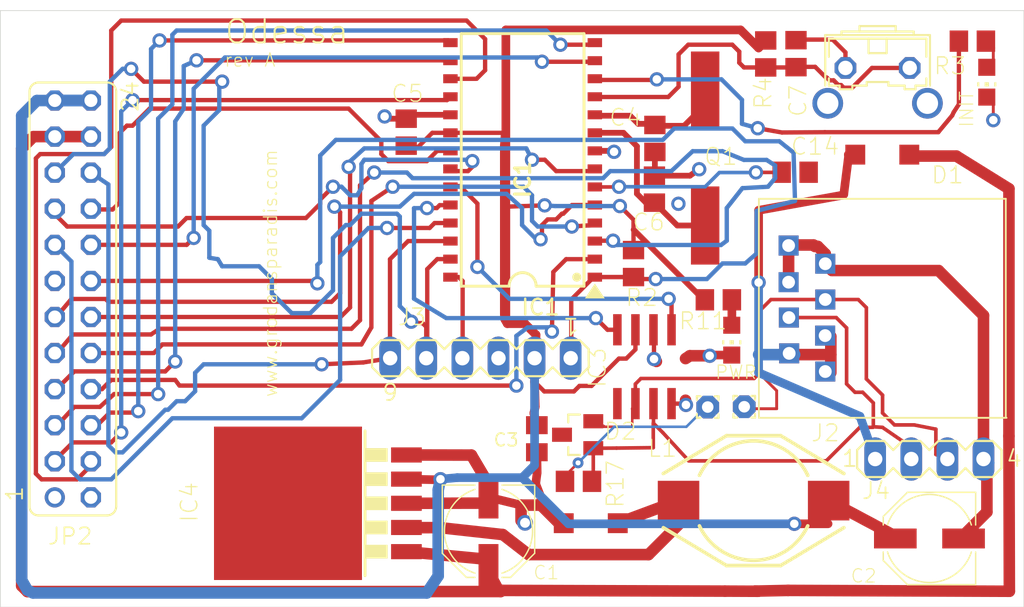
<source format=kicad_pcb>
(kicad_pcb (version 20241229) (generator "pcbnew") (generator_version "9.0")
  (layers (0 "F.Cu" signal) (4 "In1.Cu" signal) (6 "In2.Cu" signal) (8 "In3.Cu" signal) (10 "In4.Cu" signal) (2 "B.Cu" signal) (13 "F.Paste" user) (15 "B.Paste" user) (5 "F.SilkS" user "F.Silkscreen") (7 "B.SilkS" user "B.Silkscreen") (1 "F.Mask" user) (3 "B.Mask" user) (25 "Edge.Cuts" user))
  (net 0 "")
  (net 1 "+12V")
  (net 2 "VREF")
  (net 3 "GND")
  (net 4 "VCC")
  (net 5 "TXCAN")
  (net 6 "N$4")
  (net 7 "N$6")
  (net 8 "RXCAN")
  (net 9 "N$5")
  (net 10 "IO5")
  (net 11 "CANL")
  (net 12 "VIN2")
  (net 13 "N$1")
  (net 14 "N$2")
  (net 15 "N$7")
  (net 16 "N$20")
  (net 17 "N$22")
  (net 18 "N$11")
  (net 19 "RESET")
  (net 20 "SCK1")
  (net 21 "SDI1")
  (net 22 "SDO1")
  (net 23 "RX1")
  (net 24 "TX1")
  (net 25 "AN4")
  (net 26 "AN3")
  (net 27 "AN2")
  (net 28 "AN1")
  (net 29 "AN0")
  (net 30 "IO0")
  (net 31 "IO1")
  (net 32 "IO2")
  (net 33 "INT0")
  (net 34 "INT1")
  (net 35 "IO3")
  (net 36 "IO4")
  (net 37 "N$3")
  (footprint "odessa_rev_A:MA06-1" (layer "F.Cu") (at 146.2711 108.4736 180)
    (property "Reference" "J3")
    (property "Value" "")
  )
  (footprint "odessa_rev_A:DO3316P" (layer "F.Cu") (at 165.4887 118.5014)
    (property "Reference" "L1")
    (property "Value" "330 uH" (hide yes))
  )
  (footprint "odessa_rev_A:1,6_0,8" (layer "F.Cu") (at 164.8311 111.8936)
    (property "Reference" "PAD2" (hide yes))
    (property "Value" "")
  )
  (footprint "odessa_rev_A:C0805" (layer "F.Cu") (at 158.5127 96.575 -90)
    (property "Reference" "C6")
    (property "Value" "15pF" (hide yes))
  )
  (footprint "odessa_rev_A:SOD123" (layer "F.Cu") (at 174.5411 94.1436 180)
    (property "Reference" "D1")
    (property "Value" "1N5819" (hide yes))
  )
  (footprint "odessa_rev_A:R0805" (layer "F.Cu") (at 157.0411 101.8136 90)
    (property "Reference" "R2")
    (property "Value" "10K" (hide yes))
  )
  (footprint "odessa_rev_A:R0805" (layer "F.Cu") (at 163.0111 104.3636 180)
    (property "Reference" "R11")
    (property "Value" "1K" (hide yes))
  )
  (footprint "odessa_rev_A:TO263-5" (layer "F.Cu") (at 135.2751 118.6912 90)
    (property "Reference" "IC4")
    (property "Value" "LM2575S" (hide yes))
  )
  (footprint "odessa_rev_A:C0805" (layer "F.Cu") (at 158.5437 93.0044 90)
    (property "Reference" "C4")
    (property "Value" "15pF" (hide yes))
  )
  (footprint "odessa_rev_A:9C" (layer "F.Cu") (at 162.0811 94.3736 -90)
    (property "Reference" "Q1")
    (property "Value" "10 MHz" (hide yes))
  )
  (footprint "odessa_rev_A:PANASONIC_D" (layer "F.Cu") (at 177.8587 121.1678 180)
    (property "Reference" "C2")
    (property "Value" "330uF" (hide yes))
  )
  (footprint "odessa_rev_A:C0805" (layer "F.Cu") (at 168.4111 95.3836 180)
    (property "Reference" "C14")
    (property "Value" "10 uF" (hide yes))
  )
  (footprint "odessa_rev_A:SO28" (layer "F.Cu") (at 149.2411 94.5136 90)
    (property "Reference" "IC1")
    (property "Value" "PIC18F2580" (hide yes))
  )
  (footprint "odessa_rev_A:B3F-31XX" (layer "F.Cu") (at 174.2111 89.2836 180)
    (property "Reference" "S1" (hide yes))
    (property "Value" "")
  )
  (footprint "odessa_rev_A:R0805" (layer "F.Cu") (at 166.3411 87.0536 90)
    (property "Reference" "R4")
    (property "Value" "10K" (hide yes))
  )
  (footprint "odessa_rev_A:MA04-1" (layer "F.Cu") (at 177.8511 115.5736)
    (property "Reference" "J4")
    (property "Value" "")
  )
  (footprint "odessa_rev_A:SOD123" (layer "F.Cu") (at 154.0333 120.0914 180)
    (property "Reference" "D3" (hide yes))
    (property "Value" "1N5819" (hide yes))
  )
  (footprint "odessa_rev_A:C0805" (layer "F.Cu") (at 141.0511 92.5636 90)
    (property "Reference" "C5")
    (property "Value" "0.1uF" (hide yes))
  )
  (footprint "odessa_rev_A:1,6_0,8" (layer "F.Cu") (at 162.2611 111.9136)
    (property "Reference" "PAD1" (hide yes))
    (property "Value" "")
  )
  (footprint "odessa_rev_A:CHIP-LED0805" (layer "F.Cu") (at 163.9511 107.2036 180)
    (property "Reference" "LED2" (hide yes))
    (property "Value" "Red LED")
  )
  (footprint "odessa_rev_A:0805" (layer "F.Cu") (at 150.2411 114.1436 90)
    (property "Reference" "C3")
    (property "Value" "100nF" (hide yes))
  )
  (footprint "odessa_rev_A:C0805" (layer "F.Cu") (at 168.4711 87.0336 -90)
    (property "Reference" "C7")
    (property "Value" "0.1uF" (hide yes))
  )
  (footprint "odessa_rev_A:SO-08" (layer "F.Cu") (at 157.8111 109.0736 180)
    (property "Reference" "IC3")
    (property "Value" "SN65HVD232" (hide yes))
  )
  (footprint "odessa_rev_A:RJ-45" (layer "F.Cu") (at 176.8811 104.9636 90)
    (property "Reference" "J2")
    (property "Value" "A00-108-220-450" (hide yes))
  )
  (footprint "odessa_rev_A:SOT23" (layer "F.Cu") (at 153.1111 113.8636 90)
    (property "Reference" "D2")
    (property "Value" "NUP2105L" (hide yes))
  )
  (footprint "odessa_rev_A:R0805" (layer "F.Cu") (at 180.8811 86.1536 180)
    (property "Reference" "R3")
    (property "Value" "1K" (hide yes))
  )
  (footprint "odessa_rev_A:CHIP-LED0805" (layer "F.Cu") (at 181.8911 89.0436 180)
    (property "Reference" "LED1" (hide yes))
    (property "Value" "")
  )
  (footprint "odessa_rev_A:PANASONIC_D" (layer "F.Cu") (at 146.8389 120.6594 -90)
    (property "Reference" "C1")
    (property "Value" "100uF" (hide yes))
  )
  (footprint "odessa_rev_A:FE12-2" (layer "F.Cu") (at 117.6011 104.3036 90)
    (property "Reference" "JP2")
    (property "Value" "")
  )
  (footprint "odessa_rev_A:R0805" (layer "F.Cu") (at 153.1711 117.1436 180)
    (property "Reference" "R17")
    (property "Value" "120" (hide yes))
  )
  (gr_line (start 112.5011 84.0036) (end 184.5011 84.0036) (stroke (width 0.05)) (layer "Edge.Cuts"))
  (gr_line (start 184.5011 126.0036) (end 112.5011 126.0036) (stroke (width 0.05)) (layer "Edge.Cuts"))
  (gr_line (start 184.5011 84.0036) (end 184.5011 126.0036) (stroke (width 0.05)) (layer "Edge.Cuts"))
  (gr_line (start 112.5011 126.0036) (end 112.5011 84.0036) (stroke (width 0.05)) (layer "Edge.Cuts"))
  (gr_text "INIT" (at 181.0211 92.2836 90) (layer "F.SilkS") (effects (font (size 0.93472 0.93472) (thickness 0.08128)) (justify left bottom)))
  (gr_text "Odessa" (at 128.1975 86.4482 0) (layer "F.SilkS") (effects (font (size 1.63576 1.63576) (thickness 0.14224)) (justify left bottom)))
  (gr_text "rev A" (at 128.2051 88.0306 0) (layer "F.SilkS") (effects (font (size 0.93472 0.93472) (thickness 0.08128)) (justify left bottom)))
  (gr_text "www.grodansparadis.com" (at 132.0491 111.2696 90) (layer "F.SilkS") (effects (font (size 0.93472 0.93472) (thickness 0.08128)) (justify left bottom)))
  (gr_text "PWR" (at 162.7311 110.0136 0) (layer "F.SilkS") (effects (font (size 0.93472 0.93472) (thickness 0.08128)) (justify left bottom)))
  (segment (start 167.9911 108.1336) (end 168.3811 108.2236) (width 0.2032) (layer "F.Cu") (net 1))
  (segment (start 171.7711 96.9936) (end 171.8311 96.9436) (width 0.6096) (layer "F.Cu") (net 1))
  (segment (start 168.3811 108.2236) (end 170.9211 108.2236) (width 0.8128) (layer "F.Cu") (net 1))
  (segment (start 165.8411 103.1436) (end 165.8411 98.0636) (width 0.6096) (layer "F.Cu") (net 1))
  (segment (start 170.9211 109.4936) (end 170.5311 109.4136) (width 0.2032) (layer "F.Cu") (net 1))
  (segment (start 172.6411 94.1436) (end 172.3211 94.1636) (width 0.4064) (layer "F.Cu") (net 1))
  (segment (start 170.9211 106.9536) (end 170.5211 106.8836) (width 0.8128) (layer "F.Cu") (net 1))
  (segment (start 170.9211 108.2236) (end 170.9211 106.9536) (width 0.8128) (layer "F.Cu") (net 1))
  (segment (start 171.8311 96.9436) (end 172.1726 94.2303) (width 0.6096) (layer "F.Cu") (net 1))
  (segment (start 165.8411 98.0636) (end 171.7711 96.9936) (width 0.6096) (layer "F.Cu") (net 1))
  (segment (start 172.1911 94.2536) (end 172.156937 94.142707) (width 0.1778) (layer "F.Cu") (net 1))
  (segment (start 170.9211 108.2236) (end 170.9211 109.4936) (width 0.8128) (layer "F.Cu") (net 1))
  (segment (start 172.1911 94.2536) (end 172.6411 94.1436) (width 0.2032) (layer "F.Cu") (net 1))
  (segment (start 172.1726 94.2303) (end 172.156937 94.142707) (width 0.6096) (layer "F.Cu") (net 1))
  (segment (start 172.156937 94.142707) (end 172.5111 94.0336) (width 0.6096) (layer "F.Cu") (net 1))
  (via (at 165.8411 103.1436) (size 1.0064) (drill 0.6) (layers "F.Cu" "B.Cu") (net 1))
  (segment (start 168.3811 108.2236) (end 167.9911 108.1336) (width 0.2032) (layer "B.Cu") (net 1))
  (segment (start 165.8411 108.2236) (end 168.3811 108.2236) (width 0.8128) (layer "B.Cu") (net 1))
  (segment (start 172.9711 112.5636) (end 174.0411 115.5736) (width 0.6096) (layer "B.Cu") (net 1))
  (segment (start 165.8411 109.4936) (end 172.9711 112.5636) (width 0.6096) (layer "B.Cu") (net 1))
  (segment (start 165.8411 109.4936) (end 165.8411 108.2236) (width 0.6096) (layer "B.Cu") (net 1))
  (segment (start 165.8411 108.2236) (end 165.8411 103.1436) (width 0.6096) (layer "B.Cu") (net 1))
  (segment (start 161.0097 95.625) (end 161.6611 95.1736) (width 0.4064) (layer "F.Cu") (net 3))
  (segment (start 170.5311 101.8236) (end 170.5311 101.1336) (width 0.8128) (layer "F.Cu") (net 3))
  (segment (start 158.5127 95.625) (end 161.0097 95.625) (width 0.4064) (layer "F.Cu") (net 3))
  (segment (start 162.4511 108.2536) (end 163.9511 108.2536) (width 0.6096) (layer "F.Cu") (net 3))
  (segment (start 180.2587 120.946) (end 181.9011 119.3036) (width 0.8128) (layer "F.Cu") (net 3))
  (segment (start 150.2636 116.5236) (end 150.2411 115.0961) (width 0.6096) (layer "F.Cu") (net 3))
  (segment (start 167.9511 100.5436) (end 167.9511 103.1236) (width 0.8128) (layer "F.Cu") (net 3))
  (segment (start 182.3511 91.7136) (end 182.3511 90.4436) (width 0.2032) (layer "F.Cu") (net 3))
  (segment (start 158.5437 95.594) (end 158.5437 93.9544) (width 0.4064) (layer "F.Cu") (net 3))
  (segment (start 168.5111 86.0436) (end 171.0511 86.0436) (width 0.3048) (layer "F.Cu") (net 3))
  (segment (start 160.7011 111.4336) (end 160.7311 111.7636) (width 0.8128) (layer "F.Cu") (net 3))
  (segment (start 151.9759 120.0914) (end 152.0775 120.193) (width 0.6096) (layer "F.Cu") (net 3))
  (segment (start 151.9759 120.0914) (end 151.4311 119.5466) (width 0.6096) (layer "F.Cu") (net 3))
  (segment (start 146.9389 118.8546) (end 146.8451 118.9484) (width 0.6096) (layer "F.Cu") (net 3))
  (segment (start 149.1311 118.8194) (end 149.1311 118.6436) (width 0.254) (layer "F.Cu") (net 3))
  (segment (start 158.4811 106.5086) (end 158.4461 106.4736) (width 0.3048) (layer "F.Cu") (net 3))
  (segment (start 149.1311 119.9136) (end 149.4105 120.066) (width 0.6096) (layer "F.Cu") (net 3))
  (segment (start 154.3211 93.8786) (end 155.6061 93.8786) (width 0.4064) (layer "F.Cu") (net 3))
  (segment (start 146.5483 118.6796) (end 146.8329 119.3566) (width 0.6096) (layer "F.Cu") (net 3))
  (segment (start 158.4811 108.5336) (end 158.4811 106.5086) (width 0.3048) (layer "F.Cu") (net 3))
  (segment (start 159.7161 111.6736) (end 160.6411 111.6736) (width 0.3048) (layer "F.Cu") (net 3))
  (segment (start 151.8333 120.1266) (end 152.1333 120.0914) (width 0.6096) (layer "F.Cu") (net 3))
  (segment (start 169.7011 100.5036) (end 167.9911 100.5036) (width 0.8128) (layer "F.Cu") (net 3))
  (segment (start 158.5127 95.625) (end 158.5437 95.594) (width 0.4064) (layer "F.Cu") (net 3))
  (segment (start 141.0663 118.6912) (end 146.5483 118.6796) (width 0.8128) (layer "F.Cu") (net 3))
  (segment (start 146.8389 118.2594) (end 149.1311 118.8194) (width 0.6096) (layer "F.Cu") (net 3))
  (segment (start 146.8389 118.2594) (end 146.9389 118.8546) (width 0.6096) (layer "F.Cu") (net 3))
  (segment (start 146.9389 118.8546) (end 146.9721 118.8214) (width 0.6096) (layer "F.Cu") (net 3))
  (segment (start 155.6061 93.8786) (end 155.6711 93.9436) (width 0.4064) (layer "F.Cu") (net 3))
  (segment (start 182.3511 90.4436) (end 181.8911 90.0936) (width 0.2032) (layer "F.Cu") (net 3))
  (segment (start 141.0511 91.6136) (end 141.3261 91.3386) (width 0.4064) (layer "F.Cu") (net 3))
  (segment (start 161.0011 108.3036) (end 160.7011 108.5036) (width 0.8128) (layer "F.Cu") (net 3))
  (segment (start 160.6411 111.6736) (end 160.7311 111.7636) (width 0.3048) (layer "F.Cu") (net 3))
  (segment (start 139.5311 91.4536) (end 139.6911 91.6136) (width 0.4064) (layer "F.Cu") (net 3))
  (segment (start 139.6911 91.6136) (end 141.0511 91.6136) (width 0.4064) (layer "F.Cu") (net 3))
  (segment (start 180.2587 121.1678) (end 180.2587 120.946) (width 0.8128) (layer "F.Cu") (net 3))
  (segment (start 146.8329 119.3566) (end 147.1245 118.796) (width 0.6096) (layer "F.Cu") (net 3))
  (segment (start 147.1245 118.796) (end 147.1479 118.8194) (width 0.6096) (layer "F.Cu") (net 3))
  (segment (start 147.1479 118.8194) (end 146.8389 118.2594) (width 0.6096) (layer "F.Cu") (net 3))
  (segment (start 151.8333 120.1266) (end 151.9251 120.2184) (width 0.6096) (layer "F.Cu") (net 3))
  (segment (start 181.6611 115.5736) (end 181.6611 105.4636) (width 0.8128) (layer "F.Cu") (net 3))
  (segment (start 152.1333 120.0914) (end 151.9759 120.0914) (width 0.6096) (layer "F.Cu") (net 3))
  (segment (start 169.8011 100.6036) (end 169.7011 100.5036) (width 0.8128) (layer "F.Cu") (net 3))
  (segment (start 158.6511 108.7036) (end 158.4811 108.5336) (width 0.8128) (layer "F.Cu") (net 3))
  (segment (start 150.5261 118.8194) (end 150.5261 118.2586) (width 0.6096) (layer "F.Cu") (net 3))
  (segment (start 181.6611 105.4636) (end 178.5011 102.3036) (width 0.8128) (layer "F.Cu") (net 3))
  (segment (start 141.3261 91.3386) (end 144.1611 91.3386) (width 0.4064) (layer "F.Cu") (net 3))
  (segment (start 171.0511 86.0436) (end 171.9505 86.943) (width 0.3048) (layer "F.Cu") (net 3))
  (segment (start 162.4011 108.3036) (end 161.0011 108.3036) (width 0.8128) (layer "F.Cu") (net 3))
  (segment (start 181.9011 119.3036) (end 181.9011 115.8136) (width 0.8128) (layer "F.Cu") (net 3))
  (segment (start 171.9505 86.943) (end 171.9505 88.039) (width 0.3048) (layer "F.Cu") (net 3))
  (segment (start 167.9911 100.5036) (end 167.9511 100.5436) (width 0.8128) (layer "F.Cu") (net 3))
  (segment (start 170.0011 100.6036) (end 169.8011 100.6036) (width 0.8128) (layer "F.Cu") (net 3))
  (segment (start 150.5261 118.8194) (end 151.8333 120.1266) (width 0.8128) (layer "F.Cu") (net 3))
  (segment (start 150.1611 117.3236) (end 150.2636 116.5236) (width 0.6096) (layer "F.Cu") (net 3))
  (segment (start 150.5261 118.2586) (end 150.1611 117.3236) (width 0.6096) (layer "F.Cu") (net 3))
  (segment (start 146.9721 118.8214) (end 146.9721 117.5514) (width 0.6096) (layer "F.Cu") (net 3))
  (segment (start 181.9011 115.8136) (end 181.6611 115.5736) (width 0.8128) (layer "F.Cu") (net 3))
  (segment (start 170.5311 101.1336) (end 170.0011 100.6036) (width 0.8128) (layer "F.Cu") (net 3))
  (segment (start 145.6407 115.2976) (end 141.0663 115.2876) (width 0.8128) (layer "F.Cu") (net 3))
  (segment (start 147.1479 118.8194) (end 147.2007 118.8722) (width 0.6096) (layer "F.Cu") (net 3))
  (segment (start 149.1311 118.8194) (end 150.5261 118.8194) (width 0.8128) (layer "F.Cu") (net 3))
  (segment (start 178.5011 102.3036) (end 171.0111 102.3036) (width 0.8128) (layer "F.Cu") (net 3))
  (segment (start 149.1311 118.8194) (end 149.1311 119.9136) (width 0.8128) (layer "F.Cu") (net 3))
  (segment (start 158.5437 93.9544) (end 158.4679 93.8786) (width 0.4064) (layer "F.Cu") (net 3))
  (segment (start 171.0111 102.3036) (end 170.5311 101.8236) (width 0.8128) (layer "F.Cu") (net 3))
  (segment (start 146.9721 117.5514) (end 145.6407 115.2976) (width 0.8128) (layer "F.Cu") (net 3))
  (segment (start 168.4711 86.0836) (end 168.5111 86.0436) (width 0.3048) (layer "F.Cu") (net 3))
  (via (at 149.4105 120.066) (size 1.1064) (drill 0.7) (layers "F.Cu" "B.Cu") (net 3))
  (via (at 161.6611 95.1736) (size 1.0064) (drill 0.6) (layers "F.Cu" "B.Cu") (net 3))
  (via (at 139.5311 91.4536) (size 1.0064) (drill 0.6) (layers "F.Cu" "B.Cu") (net 3))
  (via (at 155.6711 93.9436) (size 1.0064) (drill 0.6) (layers "F.Cu" "B.Cu") (net 3))
  (via (at 162.4011 108.3036) (size 1.0064) (drill 0.6) (layers "F.Cu" "B.Cu") (net 3))
  (via (at 182.3511 91.7136) (size 1.0064) (drill 0.6) (layers "F.Cu" "B.Cu") (net 3))
  (via (at 158.4811 108.5336) (size 1.0064) (drill 0.6) (layers "F.Cu" "B.Cu") (net 3))
  (via (at 160.2011 97.6036) (size 1.0064) (drill 0.6) (layers "F.Cu" "B.Cu") (net 3))
  (via (at 160.7311 111.7636) (size 1.0064) (drill 0.6) (layers "F.Cu" "B.Cu") (net 3))
  (segment (start 182.3511 115.8436) (end 181.7627 115.675222) (width 0.1778) (layer "B.Cu") (net 3))
  (segment (start 155.6811 94.2536) (end 155.6711 93.9436) (width 0.1778) (layer "B.Cu") (net 3))
  (segment (start 182.3511 115.8436) (end 181.6611 115.5736) (width 0.1778) (layer "B.Cu") (net 3))
  (segment (start 153.2411 110.4236) (end 154.0911 110.4236) (width 0.3048) (layer "F.Cu") (net 4))
  (segment (start 142.8861 92.6086) (end 144.1611 92.6086) (width 0.3048) (layer "F.Cu") (net 4))
  (segment (start 150.1311 111.8836) (end 150.0286 112.3511) (width 0.6096) (layer "F.Cu") (net 4))
  (segment (start 147.9796 105.731) (end 148.0611 105.6836) (width 0.254) (layer "F.Cu") (net 4))
  (segment (start 156.0811 97.7636) (end 157.0411 98.7236) (width 0.3048) (layer "F.Cu") (net 4))
  (segment (start 150.0811 110.1336) (end 150.1311 111.8836) (width 0.6096) (layer "F.Cu") (net 4))
  (segment (start 148.1611 106.0436) (end 149.4011 106.0436) (width 0.6096) (layer "F.Cu") (net 4))
  (segment (start 164.5711 85.3636) (end 165.8411 86.6336) (width 0.6096) (layer "F.Cu") (net 4))
  (segment (start 143.4569 117.0394) (end 141.0663 116.9894) (width 0.6096) (layer "F.Cu") (net 4))
  (segment (start 157.0511 99.4336) (end 162.0311 104.4136) (width 0.4064) (layer "F.Cu") (net 4))
  (segment (start 148.0611 105.6836) (end 148.0611 85.3636) (width 0.6096) (layer "F.Cu") (net 4))
  (segment (start 156.5311 108.5036) (end 157.1761 107.8586) (width 0.3048) (layer "F.Cu") (net 4))
  (segment (start 150.7611 110.8136) (end 152.8511 110.8136) (width 0.3048) (layer "F.Cu") (net 4))
  (segment (start 147.8011 97.9236) (end 147.8011 105.4236) (width 0.3048) (layer "F.Cu") (net 4))
  (segment (start 150.1811 106.8236) (end 150.1811 108.3736) (width 0.6096) (layer "F.Cu") (net 4))
  (segment (start 157.0411 99.3336) (end 157.0411 100.8636) (width 0.3048) (layer "F.Cu") (net 4))
  (segment (start 170.7265 120.1336) (end 170.7687 118.5014) (width 0.3048) (layer "F.Cu") (net 4))
  (segment (start 154.0911 110.4236) (end 156.0111 108.5036) (width 0.3048) (layer "F.Cu") (net 4))
  (segment (start 150.0811 108.4736) (end 150.0811 110.1336) (width 0.6096) (layer "F.Cu") (net 4))
  (segment (start 141.0511 93.5136) (end 141.1511 93.6136) (width 0.3048) (layer "F.Cu") (net 4))
  (segment (start 147.9111 97.8136) (end 150.7911 97.7136) (width 0.3048) (layer "F.Cu") (net 4))
  (segment (start 147.8011 93.5236) (end 147.8011 97.9236) (width 0.3048) (layer "F.Cu") (net 4))
  (segment (start 156.0811 97.8636) (end 156.0811 97.7636) (width 0.1778) (layer "F.Cu") (net 4))
  (segment (start 150.0286 112.3511) (end 150.2411 113.1911) (width 0.6096) (layer "F.Cu") (net 4))
  (segment (start 157.0411 98.7236) (end 157.0411 99.3336) (width 0.3048) (layer "F.Cu") (net 4))
  (segment (start 175.5487 121.0514) (end 175.4587 121.1678) (width 0.4064) (layer "F.Cu") (net 4))
  (segment (start 141.1511 93.6136) (end 141.8811 93.6136) (width 0.3048) (layer "F.Cu") (net 4))
  (segment (start 157.1761 107.8586) (end 157.1761 106.4736) (width 0.3048) (layer "F.Cu") (net 4))
  (segment (start 147.8011 105.4236) (end 147.9796 105.731) (width 0.3048) (layer "F.Cu") (net 4))
  (segment (start 156.0111 108.5036) (end 156.5311 108.5036) (width 0.3048) (layer "F.Cu") (net 4))
  (segment (start 147.9796 105.731) (end 148.1611 106.0436) (width 0.6096) (layer "F.Cu") (net 4))
  (segment (start 150.0811 110.1336) (end 150.7611 110.8136) (width 0.3048) (layer "F.Cu") (net 4))
  (segment (start 152.8511 110.8136) (end 153.2411 110.4236) (width 0.3048) (layer "F.Cu") (net 4))
  (segment (start 170.7687 118.5014) (end 175.5487 121.0514) (width 0.8128) (layer "F.Cu") (net 4))
  (segment (start 144.1611 92.6086) (end 147.8661 92.6086) (width 0.3048) (layer "F.Cu") (net 4))
  (segment (start 162.0311 104.4136) (end 162.0611 104.3636) (width 0.2032) (layer "F.Cu") (net 4))
  (segment (start 165.8411 86.6336) (end 166.3411 86.1036) (width 0.6096) (layer "F.Cu") (net 4))
  (segment (start 143.4611 116.9936) (end 143.4569 117.0394) (width 0.3048) (layer "F.Cu") (net 4))
  (segment (start 168.3511 120.1336) (end 170.7265 120.1336) (width 0.6096) (layer "F.Cu") (net 4))
  (segment (start 148.0611 85.3636) (end 164.5711 85.3636) (width 0.6096) (layer "F.Cu") (net 4))
  (segment (start 141.8811 93.6136) (end 142.8861 92.6086) (width 0.3048) (layer "F.Cu") (net 4))
  (segment (start 147.8661 92.6086) (end 147.8011 93.5236) (width 0.3048) (layer "F.Cu") (net 4))
  (segment (start 157.0411 99.3336) (end 157.0511 99.4336) (width 0.2032) (layer "F.Cu") (net 4))
  (segment (start 149.4011 106.0436) (end 150.1811 106.8236) (width 0.6096) (layer "F.Cu") (net 4))
  (segment (start 150.1811 108.3736) (end 150.0811 108.4736) (width 0.3048) (layer "F.Cu") (net 4))
  (segment (start 147.8011 97.9236) (end 147.9111 97.8136) (width 0.3048) (layer "F.Cu") (net 4))
  (via (at 156.0811 97.7636) (size 1.0064) (drill 0.6) (layers "F.Cu" "B.Cu") (net 4))
  (via (at 143.4611 116.9936) (size 1.0064) (drill 0.6) (layers "F.Cu" "B.Cu") (net 4))
  (via (at 150.7911 97.7136) (size 1.0064) (drill 0.6) (layers "F.Cu" "B.Cu") (net 4))
  (via (at 168.3511 120.1336) (size 1.0064) (drill 0.6) (layers "F.Cu" "B.Cu") (net 4))
  (segment (start 142.5011 125.0036) (end 114.8011 125.0036) (width 0.8128) (layer "B.Cu") (net 4))
  (segment (start 149.2111 116.8836) (end 144.6411 116.8836) (width 0.6096) (layer "B.Cu") (net 4))
  (segment (start 150.0811 116.0136) (end 149.2111 116.8836) (width 0.6096) (layer "B.Cu") (net 4))
  (segment (start 151.5411 97.7636) (end 156.0811 97.7636) (width 0.3048) (layer "B.Cu") (net 4))
  (segment (start 115.0711 90.3336) (end 114.0011 91.4036) (width 0.8128) (layer "B.Cu") (net 4))
  (segment (start 142.5011 125.0036) (end 143.3011 123.8036) (width 0.8128) (layer "B.Cu") (net 4))
  (segment (start 150.7911 97.7136) (end 151.5411 97.7636) (width 0.3048) (layer "B.Cu") (net 4))
  (segment (start 114.0011 91.4036) (end 114.0011 124.1036) (width 0.8128) (layer "B.Cu") (net 4))
  (segment (start 149.2111 116.8836) (end 152.4611 120.1336) (width 0.6096) (layer "B.Cu") (net 4))
  (segment (start 118.8711 90.3336) (end 116.3311 90.3336) (width 0.8128) (layer "B.Cu") (net 4))
  (segment (start 114.0011 124.1036) (end 114.4011 124.8036) (width 0.8128) (layer "B.Cu") (net 4))
  (segment (start 152.4611 120.1336) (end 168.3511 120.1336) (width 0.6096) (layer "B.Cu") (net 4))
  (segment (start 118.8711 90.3336) (end 115.0711 90.3336) (width 0.8128) (layer "B.Cu") (net 4))
  (segment (start 143.3011 123.8036) (end 143.3011 117.7536) (width 0.8128) (layer "B.Cu") (net 4))
  (segment (start 150.0811 108.4736) (end 150.0811 116.0136) (width 0.6096) (layer "B.Cu") (net 4))
  (segment (start 143.3011 117.7536) (end 143.4611 116.9936) (width 0.8128) (layer "B.Cu") (net 4))
  (segment (start 114.8011 125.0036) (end 114.4011 124.8036) (width 0.8128) (layer "B.Cu") (net 4))
  (segment (start 144.6411 116.8836) (end 143.4611 116.9936) (width 0.6096) (layer "B.Cu") (net 4))
  (segment (start 159.7161 104.4986) (end 159.7161 106.4736) (width 0.3048) (layer "F.Cu") (net 5))
  (segment (start 159.5111 104.2936) (end 159.7161 104.4986) (width 0.3048) (layer "F.Cu") (net 5))
  (segment (start 146.0611 97.5936) (end 144.8211 96.3536) (width 0.3048) (layer "F.Cu") (net 5))
  (segment (start 144.2261 96.3536) (end 144.1611 96.4186) (width 0.3048) (layer "F.Cu") (net 5))
  (segment (start 144.8211 96.3536) (end 144.2261 96.3536) (width 0.3048) (layer "F.Cu") (net 5))
  (segment (start 146.0611 102.0436) (end 146.0611 97.5936) (width 0.3048) (layer "F.Cu") (net 5))
  (via (at 159.5111 104.2936) (size 1.0064) (drill 0.6) (layers "F.Cu" "B.Cu") (net 5))
  (via (at 146.0611 102.0436) (size 1.0064) (drill 0.6) (layers "F.Cu" "B.Cu") (net 5))
  (segment (start 146.0611 102.0436) (end 148.3111 104.2936) (width 0.3048) (layer "B.Cu") (net 5))
  (segment (start 148.3111 104.2936) (end 159.5111 104.2936) (width 0.3048) (layer "B.Cu") (net 5))
  (segment (start 154.4261 88.7986) (end 154.5111 88.8836) (width 0.3048) (layer "F.Cu") (net 6))
  (segment (start 178.4811 92.5636) (end 179.4611 91.3836) (width 0.3048) (layer "F.Cu") (net 6))
  (segment (start 154.3211 88.7986) (end 154.4261 88.7986) (width 0.3048) (layer "F.Cu") (net 6))
  (segment (start 179.4611 91.3836) (end 179.5611 91.1636) (width 0.3048) (layer "F.Cu") (net 6))
  (segment (start 154.5111 88.8836) (end 158.6411 88.8836) (width 0.3048) (layer "F.Cu") (net 6))
  (segment (start 179.9311 90.5936) (end 179.9311 86.1536) (width 0.3048) (layer "F.Cu") (net 6))
  (segment (start 158.6411 88.8836) (end 158.6811 88.8436) (width 0.3048) (layer "F.Cu") (net 6))
  (segment (start 167.4811 92.5836) (end 170.5011 92.5636) (width 0.3048) (layer "F.Cu") (net 6))
  (segment (start 170.5011 92.5636) (end 178.4811 92.5636) (width 0.3048) (layer "F.Cu") (net 6))
  (segment (start 165.7811 92.2836) (end 167.4811 92.5836) (width 0.3048) (layer "F.Cu") (net 6))
  (segment (start 179.5611 91.1636) (end 179.9311 90.5936) (width 0.3048) (layer "F.Cu") (net 6))
  (via (at 158.6811 88.8436) (size 1.0064) (drill 0.6) (layers "F.Cu" "B.Cu") (net 6))
  (via (at 165.7811 92.2836) (size 1.0064) (drill 0.6) (layers "F.Cu" "B.Cu") (net 6))
  (segment (start 163.2311 88.8436) (end 164.6711 90.2836) (width 0.3048) (layer "B.Cu") (net 6))
  (segment (start 164.6711 90.2836) (end 164.6711 91.9736) (width 0.3048) (layer "B.Cu") (net 6))
  (segment (start 158.6811 88.8436) (end 163.2311 88.8436) (width 0.3048) (layer "B.Cu") (net 6))
  (segment (start 164.6711 91.9736) (end 165.7811 92.2836) (width 0.3048) (layer "B.Cu") (net 6))
  (segment (start 159.4911 90.0836) (end 160.2111 89.3636) (width 0.3048) (layer "F.Cu") (net 7))
  (segment (start 170.8311 88.9136) (end 171.1211 88.9136) (width 0.3048) (layer "F.Cu") (net 7))
  (segment (start 171.8311 89.4336) (end 172.4211 89.4336) (width 0.3048) (layer "F.Cu") (net 7))
  (segment (start 173.8157 88.039) (end 176.4717 88.039) (width 0.3048) (layer "F.Cu") (net 7))
  (segment (start 164.8111 88.0036) (end 166.3411 88.0036) (width 0.3048) (layer "F.Cu") (net 7))
  (segment (start 160.2111 87.0836) (end 160.8911 86.4036) (width 0.3048) (layer "F.Cu") (net 7))
  (segment (start 170.6311 88.7136) (end 170.8311 88.9136) (width 0.3048) (layer "F.Cu") (net 7))
  (segment (start 170.5711 88.7136) (end 170.6311 88.7136) (width 0.3048) (layer "F.Cu") (net 7))
  (segment (start 172.4211 89.4336) (end 173.8157 88.039) (width 0.3048) (layer "F.Cu") (net 7))
  (segment (start 171.4511 89.2436) (end 171.6411 89.2436) (width 0.3048) (layer "F.Cu") (net 7))
  (segment (start 171.6411 89.2436) (end 171.8311 89.4336) (width 0.3048) (layer "F.Cu") (net 7))
  (segment (start 168.4911 87.9636) (end 169.8211 87.9636) (width 0.3048) (layer "F.Cu") (net 7))
  (segment (start 164.4811 87.6736) (end 164.8111 88.0036) (width 0.3048) (layer "F.Cu") (net 7))
  (segment (start 154.3211 90.0686) (end 154.3361 90.0836) (width 0.3048) (layer "F.Cu") (net 7))
  (segment (start 168.4511 88.0036) (end 168.4711 87.9836) (width 0.3048) (layer "F.Cu") (net 7))
  (segment (start 154.3361 90.0836) (end 159.4911 90.0836) (width 0.3048) (layer "F.Cu") (net 7))
  (segment (start 169.8211 87.9636) (end 170.5711 88.7136) (width 0.3048) (layer "F.Cu") (net 7))
  (segment (start 160.2111 89.3636) (end 160.2111 87.0836) (width 0.3048) (layer "F.Cu") (net 7))
  (segment (start 160.8911 86.4036) (end 163.9911 86.4036) (width 0.3048) (layer "F.Cu") (net 7))
  (segment (start 164.4811 86.8936) (end 164.4811 87.6736) (width 0.3048) (layer "F.Cu") (net 7))
  (segment (start 166.3411 88.0036) (end 168.4511 88.0036) (width 0.3048) (layer "F.Cu") (net 7))
  (segment (start 168.4711 87.9836) (end 168.4911 87.9636) (width 0.3048) (layer "F.Cu") (net 7))
  (segment (start 171.1211 88.9136) (end 171.4511 89.2436) (width 0.3048) (layer "F.Cu") (net 7))
  (segment (start 163.9911 86.4036) (end 164.4811 86.8936) (width 0.3048) (layer "F.Cu") (net 7))
  (segment (start 143.4011 97.7036) (end 144.1461 97.7036) (width 0.3048) (layer "F.Cu") (net 8))
  (segment (start 154.3911 105.6536) (end 155.2111 106.4736) (width 0.3048) (layer "F.Cu") (net 8))
  (segment (start 144.1461 97.7036) (end 144.1611 97.6886) (width 0.3048) (layer "F.Cu") (net 8))
  (segment (start 155.2111 106.4736) (end 155.9061 106.4736) (width 0.3048) (layer "F.Cu") (net 8))
  (segment (start 142.5111 97.9036) (end 143.2011 97.9036) (width 0.3048) (layer "F.Cu") (net 8))
  (segment (start 143.2011 97.9036) (end 143.4011 97.7036) (width 0.3048) (layer "F.Cu") (net 8))
  (via (at 142.5111 97.9036) (size 1.0064) (drill 0.6) (layers "F.Cu" "B.Cu") (net 8))
  (via (at 154.3911 105.6536) (size 1.0064) (drill 0.6) (layers "F.Cu" "B.Cu") (net 8))
  (segment (start 141.6011 104.2836) (end 143.8711 105.6536) (width 0.3048) (layer "B.Cu") (net 8))
  (segment (start 143.8711 105.6536) (end 154.3911 105.6536) (width 0.3048) (layer "B.Cu") (net 8))
  (segment (start 141.6011 97.9136) (end 142.5111 97.9036) (width 0.3048) (layer "B.Cu") (net 8))
  (segment (start 141.6011 104.2836) (end 141.6011 97.9136) (width 0.3048) (layer "B.Cu") (net 8))
  (segment (start 182.3511 87.9036) (end 182.3511 86.6336) (width 0.2032) (layer "F.Cu") (net 9))
  (segment (start 182.3511 86.6336) (end 181.8311 86.1536) (width 0.254) (layer "F.Cu") (net 9))
  (segment (start 181.8911 87.9936) (end 182.3511 87.9036) (width 0.2032) (layer "F.Cu") (net 9))
  (segment (start 145.0011 108.4736) (end 145.0211 108.4536) (width 0.3048) (layer "F.Cu") (net 10))
  (segment (start 144.7461 102.7686) (end 144.1611 102.7686) (width 0.3048) (layer "F.Cu") (net 10))
  (segment (start 145.0211 108.4536) (end 145.0211 103.0436) (width 0.3048) (layer "F.Cu") (net 10))
  (segment (start 145.0211 103.0436) (end 144.7461 102.7686) (width 0.3048) (layer "F.Cu") (net 10))
  (segment (start 157.1761 111.6736) (end 157.1711 111.6686) (width 0.254) (layer "F.Cu") (net 11))
  (segment (start 157.1711 110.2936) (end 157.5611 109.9036) (width 0.254) (layer "F.Cu") (net 11))
  (segment (start 165.5211 109.9036) (end 165.8861 109.5386) (width 0.254) (layer "F.Cu") (net 11))
  (segment (start 165.9811 105.0736) (end 166.7111 104.3436) (width 0.254) (layer "F.Cu") (net 11))
  (segment (start 165.8861 109.5386) (end 165.9811 109.4436) (width 0.254) (layer "F.Cu") (net 11))
  (segment (start 172.8511 104.3436) (end 173.4211 104.9136) (width 0.254) (layer "F.Cu") (net 11))
  (segment (start 175.4011 113.1736) (end 176.7911 113.1736) (width 0.254) (layer "F.Cu") (net 11))
  (segment (start 165.8861 109.5386) (end 165.8411 109.4936) (width 0.2032) (layer "F.Cu") (net 11))
  (segment (start 164.5711 112.0336) (end 164.8311 111.8936) (width 0.2032) (layer "F.Cu") (net 11))
  (segment (start 178.3111 115.2536) (end 179.1211 115.5736) (width 0.254) (layer "F.Cu") (net 11))
  (segment (start 173.4211 109.9336) (end 174.5611 111.0736) (width 0.254) (layer "F.Cu") (net 11))
  (segment (start 157.1711 111.6686) (end 157.1711 110.2936) (width 0.254) (layer "F.Cu") (net 11))
  (segment (start 167.1111 110.7636) (end 167.1111 112.0336) (width 0.2032) (layer "F.Cu") (net 11))
  (segment (start 156.9511 113.3036) (end 156.9511 112.0336) (width 0.1778) (layer "F.Cu") (net 11))
  (segment (start 157.5611 109.9036) (end 165.5211 109.9036) (width 0.254) (layer "F.Cu") (net 11))
  (segment (start 178.3111 113.4736) (end 178.3111 115.2536) (width 0.254) (layer "F.Cu") (net 11))
  (segment (start 167.1111 112.0336) (end 164.5711 112.0336) (width 0.2032) (layer "F.Cu") (net 11))
  (segment (start 176.7911 113.1736) (end 178.3111 113.4736) (width 0.254) (layer "F.Cu") (net 11))
  (segment (start 166.7111 104.3436) (end 170.5311 104.3436) (width 0.254) (layer "F.Cu") (net 11))
  (segment (start 173.4211 104.9136) (end 173.4211 109.9336) (width 0.254) (layer "F.Cu") (net 11))
  (segment (start 165.8861 109.5386) (end 167.1111 110.7636) (width 0.2032) (layer "F.Cu") (net 11))
  (segment (start 156.9511 112.0336) (end 157.1761 111.6736) (width 0.2032) (layer "F.Cu") (net 11))
  (segment (start 154.4111 113.3036) (end 156.9511 113.3036) (width 0.1778) (layer "F.Cu") (net 11))
  (segment (start 154.2111 112.9136) (end 154.4111 113.3036) (width 0.1778) (layer "F.Cu") (net 11))
  (segment (start 174.5611 111.0736) (end 174.5611 112.3336) (width 0.254) (layer "F.Cu") (net 11))
  (segment (start 154.2111 112.9136) (end 154.9511 113.2636) (width 0.2032) (layer "F.Cu") (net 11))
  (segment (start 170.5311 104.3436) (end 172.8511 104.3436) (width 0.254) (layer "F.Cu") (net 11))
  (segment (start 174.5611 112.3336) (end 175.4011 113.1736) (width 0.254) (layer "F.Cu") (net 11))
  (segment (start 165.9811 109.4436) (end 165.9811 105.0736) (width 0.254) (layer "F.Cu") (net 11))
  (segment (start 147.6931 124.9036) (end 147.7731 124.8236) (width 0.8128) (layer "F.Cu") (net 12))
  (segment (start 165.7911 124.8836) (end 165.5711 124.8736) (width 0.8128) (layer "F.Cu") (net 12))
  (segment (start 167.9211 124.8236) (end 183.4811 124.8836) (width 0.8128) (layer "F.Cu") (net 12))
  (segment (start 183.4511 96.5436) (end 179.7511 94.2436) (width 0.8128) (layer "F.Cu") (net 12))
  (segment (start 183.4511 113.9536) (end 183.4511 96.5436) (width 0.8128) (layer "F.Cu") (net 12))
  (segment (start 146.8543 122.6448) (end 146.8389 123.0594) (width 0.4064) (layer "F.Cu") (net 12))
  (segment (start 165.5711 124.8736) (end 167.9211 124.8236) (width 0.8128) (layer "F.Cu") (net 12))
  (segment (start 141.0663 122.0948) (end 146.8543 122.6448) (width 0.8128) (layer "F.Cu") (net 12))
  (segment (start 114.0011 93.7036) (end 114.0011 124.5036) (width 0.8128) (layer "F.Cu") (net 12))
  (segment (start 183.4811 124.8836) (end 183.4511 113.9536) (width 0.8128) (layer "F.Cu") (net 12))
  (segment (start 118.8711 92.8736) (end 114.8311 92.8736) (width 0.8128) (layer "F.Cu") (net 12))
  (segment (start 114.8311 92.8736) (end 114.0011 93.7036) (width 0.8128) (layer "F.Cu") (net 12))
  (segment (start 163.4711 124.8736) (end 165.7911 124.8836) (width 0.8128) (layer "F.Cu") (net 12))
  (segment (start 176.9811 94.1436) (end 176.4411 94.1436) (width 0.4064) (layer "F.Cu") (net 12))
  (segment (start 118.8711 92.8736) (end 116.3311 92.8736) (width 0.8128) (layer "F.Cu") (net 12))
  (segment (start 146.8389 123.0594) (end 147.7731 124.8236) (width 0.4064) (layer "F.Cu") (net 12))
  (segment (start 114.4011 124.9036) (end 147.6931 124.9036) (width 0.8128) (layer "F.Cu") (net 12))
  (segment (start 177.0811 94.2436) (end 176.9811 94.1436) (width 0.4064) (layer "F.Cu") (net 12))
  (segment (start 179.7511 94.2436) (end 177.0811 94.2436) (width 0.8128) (layer "F.Cu") (net 12))
  (segment (start 114.0011 124.5036) (end 114.4011 124.9036) (width 0.8128) (layer "F.Cu") (net 12))
  (segment (start 147.7731 124.8236) (end 163.4711 124.8736) (width 0.8128) (layer "F.Cu") (net 12))
  (segment (start 141.1159 120.4054) (end 143.4177 120.4036) (width 0.8128) (layer "F.Cu") (net 13))
  (segment (start 160.2087 118.5014) (end 160.2817 120.0914) (width 0.6096) (layer "F.Cu") (net 13))
  (segment (start 149.6645 122.3012) (end 158.0973 122.3012) (width 0.8128) (layer "F.Cu") (net 13))
  (segment (start 160.2087 120.1898) (end 160.2087 118.5014) (width 0.6096) (layer "F.Cu") (net 13))
  (segment (start 141.0663 120.393) (end 141.6555 120.3554) (width 0.6096) (layer "F.Cu") (net 13))
  (segment (start 143.4177 120.4036) (end 147.8469 120.8936) (width 0.8128) (layer "F.Cu") (net 13))
  (segment (start 147.8469 120.8936) (end 149.6645 122.3012) (width 0.8128) (layer "F.Cu") (net 13))
  (segment (start 160.2817 120.0914) (end 160.3325 120.1422) (width 0.6096) (layer "F.Cu") (net 13))
  (segment (start 141.6555 120.3554) (end 141.5285 120.4084) (width 0.6096) (layer "F.Cu") (net 13))
  (segment (start 158.0973 122.3012) (end 160.2087 120.1898) (width 0.8128) (layer "F.Cu") (net 13))
  (segment (start 141.6555 120.3554) (end 141.1159 120.4054) (width 0.8128) (layer "F.Cu") (net 13))
  (segment (start 160.2087 118.5014) (end 155.9333 120.0914) (width 0.8128) (layer "F.Cu") (net 13))
  (segment (start 160.6011 92.1136) (end 162.0811 90.6336) (width 0.4064) (layer "F.Cu") (net 14))
  (segment (start 154.3211 91.3386) (end 154.3861 91.4036) (width 0.4064) (layer "F.Cu") (net 14))
  (segment (start 154.3861 91.4036) (end 156.8011 91.4036) (width 0.4064) (layer "F.Cu") (net 14))
  (segment (start 156.8011 91.4036) (end 157.3711 91.9736) (width 0.4064) (layer "F.Cu") (net 14))
  (segment (start 158.1611 92.1136) (end 160.6011 92.1136) (width 0.4064) (layer "F.Cu") (net 14))
  (segment (start 157.3711 91.9736) (end 158.0211 91.9736) (width 0.4064) (layer "F.Cu") (net 14))
  (segment (start 158.4629 91.9736) (end 158.5437 92.0544) (width 0.4064) (layer "F.Cu") (net 14))
  (segment (start 158.0211 91.9736) (end 158.1611 92.1136) (width 0.4064) (layer "F.Cu") (net 14))
  (segment (start 162.0811 90.6336) (end 162.0811 89.6336) (width 0.4064) (layer "F.Cu") (net 14))
  (segment (start 158.0211 91.9736) (end 158.4629 91.9736) (width 0.4064) (layer "F.Cu") (net 14))
  (segment (start 160.1213 99.1336) (end 162.0811 99.1336) (width 0.4064) (layer "F.Cu") (net 15))
  (segment (start 157.2811 96.8936) (end 157.9125 97.525) (width 0.4064) (layer "F.Cu") (net 15))
  (segment (start 154.3261 92.6036) (end 154.3211 92.6086) (width 0.4064) (layer "F.Cu") (net 15))
  (segment (start 157.2811 96.8936) (end 157.2811 93.5536) (width 0.4064) (layer "F.Cu") (net 15))
  (segment (start 156.3311 92.6036) (end 154.3261 92.6036) (width 0.4064) (layer "F.Cu") (net 15))
  (segment (start 158.5127 97.525) (end 160.1213 99.1336) (width 0.4064) (layer "F.Cu") (net 15))
  (segment (start 157.2811 93.5536) (end 156.3311 92.6036) (width 0.4064) (layer "F.Cu") (net 15))
  (segment (start 157.9125 97.525) (end 158.5127 97.525) (width 0.4064) (layer "F.Cu") (net 15))
  (segment (start 163.9611 106.1436) (end 163.9611 104.3636) (width 0.6096) (layer "F.Cu") (net 16))
  (segment (start 163.9511 106.1536) (end 163.9611 106.1436) (width 0.6096) (layer "F.Cu") (net 16))
  (segment (start 159.1111 113.7236) (end 160.9311 115.7036) (width 0.254) (layer "F.Cu") (net 17))
  (segment (start 173.8711 113.3436) (end 173.9111 113.3036) (width 0.254) (layer "F.Cu") (net 17))
  (segment (start 173.9111 113.3036) (end 174.5511 113.3436) (width 0.254) (layer "F.Cu") (net 17))
  (segment (start 172.6211 110.8736) (end 172.0311 110.2836) (width 0.254) (layer "F.Cu") (net 17))
  (segment (start 154.1211 117.1436) (end 154.2111 117.0536) (width 0.254) (layer "F.Cu") (net 17))
  (segment (start 176.2811 114.5336) (end 176.5811 115.5736) (width 0.254) (layer "F.Cu") (net 17))
  (segment (start 158.4311 113.0736) (end 158.4461 113.0586) (width 0.254) (layer "F.Cu") (net 17))
  (segment (start 158.4311 114.7736) (end 158.4311 113.0736) (width 0.254) (layer "F.Cu") (net 17))
  (segment (start 160.9311 115.7036) (end 170.6011 115.7036) (width 0.254) (layer "F.Cu") (net 17))
  (segment (start 155.8411 114.8036) (end 158.4311 114.7736) (width 0.254) (layer "F.Cu") (net 17))
  (segment (start 172.0311 110.2836) (end 172.0311 106.3436) (width 0.254) (layer "F.Cu") (net 17))
  (segment (start 173.9111 113.3036) (end 173.9111 111.6236) (width 0.254) (layer "F.Cu") (net 17))
  (segment (start 154.2111 117.0536) (end 154.2111 114.8136) (width 0.254) (layer "F.Cu") (net 17))
  (segment (start 173.9111 111.6236) (end 173.1611 110.8736) (width 0.254) (layer "F.Cu") (net 17))
  (segment (start 172.9611 113.3436) (end 173.8711 113.3436) (width 0.254) (layer "F.Cu") (net 17))
  (segment (start 158.4461 111.6736) (end 158.4211 111.6986) (width 0.3048) (layer "F.Cu") (net 17))
  (segment (start 173.1611 110.8736) (end 172.6211 110.8736) (width 0.254) (layer "F.Cu") (net 17))
  (segment (start 172.0311 106.3436) (end 171.3011 105.6136) (width 0.254) (layer "F.Cu") (net 17))
  (segment (start 170.6011 115.7036) (end 172.9611 113.3436) (width 0.254) (layer "F.Cu") (net 17))
  (segment (start 158.4461 113.0586) (end 158.4461 111.6736) (width 0.254) (layer "F.Cu") (net 17))
  (segment (start 171.3011 105.6136) (end 167.9711 105.6136) (width 0.254) (layer "F.Cu") (net 17))
  (segment (start 154.2111 114.8136) (end 155.8411 114.8036) (width 0.254) (layer "F.Cu") (net 17))
  (segment (start 158.4461 113.0586) (end 159.1111 113.7236) (width 0.254) (layer "F.Cu") (net 17))
  (segment (start 174.5511 113.3436) (end 176.2811 114.5336) (width 0.254) (layer "F.Cu") (net 17))
  (segment (start 151.8711 117.1136) (end 153.1411 115.8436) (width 0.1778) (layer "F.Cu") (net 18))
  (segment (start 152.2211 117.1436) (end 151.8711 117.1136) (width 0.1778) (layer "F.Cu") (net 18))
  (via (at 153.1411 115.8436) (size 0.762) (drill 0.3556) (layers "F.Cu" "B.Cu") (net 18))
  (segment (start 162.0311 112.0336) (end 162.2611 111.9136) (width 0.1778) (layer "B.Cu") (net 18))
  (segment (start 155.6811 113.3036) (end 160.7611 113.3036) (width 0.1778) (layer "B.Cu") (net 18))
  (segment (start 153.1411 115.8436) (end 155.6811 113.3036) (width 0.1778) (layer "B.Cu") (net 18))
  (segment (start 160.7611 113.3036) (end 162.0311 112.0336) (width 0.1778) (layer "B.Cu") (net 18))
  (segment (start 157.0361 102.7686) (end 154.3211 102.7686) (width 0.3048) (layer "F.Cu") (net 19))
  (segment (start 134.6311 103.0336) (end 134.8011 103.2036) (width 0.3048) (layer "F.Cu") (net 19))
  (segment (start 157.0411 102.7636) (end 157.0361 102.7686) (width 0.3048) (layer "F.Cu") (net 19))
  (segment (start 152.6211 108.4736) (end 152.6611 108.4336) (width 0.3048) (layer "F.Cu") (net 19))
  (segment (start 157.1811 102.9036) (end 157.0411 102.7636) (width 0.3048) (layer "F.Cu") (net 19))
  (segment (start 118.8711 103.0336) (end 134.6311 103.0336) (width 0.3048) (layer "F.Cu") (net 19))
  (segment (start 152.6611 104.3436) (end 154.2411 102.7636) (width 0.3048) (layer "F.Cu") (net 19))
  (segment (start 154.2411 102.7636) (end 157.0411 102.7636) (width 0.3048) (layer "F.Cu") (net 19))
  (segment (start 158.6011 102.9036) (end 157.1811 102.9036) (width 0.3048) (layer "F.Cu") (net 19))
  (segment (start 152.6611 108.4336) (end 152.6611 104.3436) (width 0.3048) (layer "F.Cu") (net 19))
  (via (at 134.8011 103.2036) (size 1.0064) (drill 0.6) (layers "F.Cu" "B.Cu") (net 19))
  (via (at 158.6011 102.9036) (size 1.0064) (drill 0.6) (layers "F.Cu" "B.Cu") (net 19))
  (segment (start 134.8011 103.2036) (end 134.8011 101.9036) (width 0.3048) (layer "B.Cu") (net 19))
  (segment (start 162.2011 102.9036) (end 158.6011 102.9036) (width 0.3048) (layer "B.Cu") (net 19))
  (segment (start 163.3011 101.8036) (end 162.2011 102.9036) (width 0.3048) (layer "B.Cu") (net 19))
  (segment (start 164.9011 101.8036) (end 163.3011 101.8036) (width 0.3048) (layer "B.Cu") (net 19))
  (segment (start 165.7011 98.1036) (end 165.7011 101.1036) (width 0.3048) (layer "B.Cu") (net 19))
  (segment (start 164.9011 93.2036) (end 167.3011 93.2036) (width 0.3048) (layer "B.Cu") (net 19))
  (segment (start 164.0011 92.3036) (end 164.9011 93.2036) (width 0.3048) (layer "B.Cu") (net 19))
  (segment (start 135.0011 94.2036) (end 136.1011 93.1036) (width 0.3048) (layer "B.Cu") (net 19))
  (segment (start 159.1011 93.1036) (end 159.9011 92.3036) (width 0.3048) (layer "B.Cu") (net 19))
  (segment (start 168.3011 94.0036) (end 168.4011 97.4036) (width 0.3048) (layer "B.Cu") (net 19))
  (segment (start 167.3011 93.2036) (end 168.3011 94.0036) (width 0.3048) (layer "B.Cu") (net 19))
  (segment (start 168.4011 97.4036) (end 165.7011 98.1036) (width 0.3048) (layer "B.Cu") (net 19))
  (segment (start 136.1011 93.1036) (end 159.1011 93.1036) (width 0.3048) (layer "B.Cu") (net 19))
  (segment (start 165.7011 101.1036) (end 164.9011 101.8036) (width 0.3048) (layer "B.Cu") (net 19))
  (segment (start 135.0011 101.7036) (end 135.0011 94.2036) (width 0.3048) (layer "B.Cu") (net 19))
  (segment (start 159.9011 92.3036) (end 164.0011 92.3036) (width 0.3048) (layer "B.Cu") (net 19))
  (segment (start 134.8011 101.9036) (end 135.0011 101.7036) (width 0.3048) (layer "B.Cu") (net 19))
  (segment (start 116.5111 113.1936) (end 117.7011 111.9036) (width 0.3048) (layer "F.Cu") (net 20))
  (segment (start 116.3311 113.1936) (end 116.5111 113.1936) (width 0.3048) (layer "F.Cu") (net 20))
  (segment (start 151.9011 86.4036) (end 154.1761 86.4036) (width 0.3048) (layer "F.Cu") (net 20))
  (segment (start 120.5011 111.0036) (end 123.6011 111.0036) (width 0.3048) (layer "F.Cu") (net 20))
  (segment (start 117.7011 111.9036) (end 119.5011 111.9036) (width 0.3048) (layer "F.Cu") (net 20))
  (segment (start 154.1761 86.4036) (end 154.3211 86.2586) (width 0.3048) (layer "F.Cu") (net 20))
  (segment (start 119.5011 111.9036) (end 120.5011 111.0036) (width 0.3048) (layer "F.Cu") (net 20))
  (via (at 123.6011 111.0036) (size 1.0064) (drill 0.6) (layers "F.Cu" "B.Cu") (net 20))
  (via (at 151.9011 86.4036) (size 1.0064) (drill 0.6) (layers "F.Cu" "B.Cu") (net 20))
  (segment (start 150.9011 85.4036) (end 151.9011 86.4036) (width 0.3048) (layer "B.Cu") (net 20))
  (segment (start 123.6011 91.6036) (end 124.6011 90.6036) (width 0.3048) (layer "B.Cu") (net 20))
  (segment (start 124.6011 85.7036) (end 124.9011 85.4036) (width 0.3048) (layer "B.Cu") (net 20))
  (segment (start 124.9011 85.4036) (end 150.9011 85.4036) (width 0.3048) (layer "B.Cu") (net 20))
  (segment (start 123.6011 111.0036) (end 123.6011 91.6036) (width 0.3048) (layer "B.Cu") (net 20))
  (segment (start 124.6011 90.6036) (end 124.6011 85.7036) (width 0.3048) (layer "B.Cu") (net 20))
  (segment (start 123.7011 86.1036) (end 144.0061 86.1036) (width 0.3048) (layer "F.Cu") (net 21))
  (segment (start 122.1011 112.3036) (end 122.2011 112.2036) (width 0.3048) (layer "F.Cu") (net 21))
  (segment (start 119.3111 113.1936) (end 120.2011 112.3036) (width 0.3048) (layer "F.Cu") (net 21))
  (segment (start 144.0061 86.1036) (end 144.1611 86.2586) (width 0.3048) (layer "F.Cu") (net 21))
  (segment (start 118.8711 113.1936) (end 119.3111 113.1936) (width 0.3048) (layer "F.Cu") (net 21))
  (segment (start 120.2011 112.3036) (end 122.1011 112.3036) (width 0.3048) (layer "F.Cu") (net 21))
  (via (at 122.2011 112.2036) (size 1.0064) (drill 0.6) (layers "F.Cu" "B.Cu") (net 21))
  (via (at 123.7011 86.1036) (size 1.0064) (drill 0.6) (layers "F.Cu" "B.Cu") (net 21))
  (segment (start 123.1011 86.7036) (end 123.7011 86.1036) (width 0.3048) (layer "B.Cu") (net 21))
  (segment (start 122.2011 112.2036) (end 122.2011 91.8036) (width 0.3048) (layer "B.Cu") (net 21))
  (segment (start 122.2011 91.8036) (end 123.1011 90.9036) (width 0.3048) (layer "B.Cu") (net 21))
  (segment (start 123.1011 90.9036) (end 123.1011 86.7036) (width 0.3048) (layer "B.Cu") (net 21))
  (segment (start 116.4511 110.6536) (end 117.7011 109.4036) (width 0.3048) (layer "F.Cu") (net 22))
  (segment (start 117.7011 109.4036) (end 124.1011 109.4036) (width 0.3048) (layer "F.Cu") (net 22))
  (segment (start 143.5361 87.5036) (end 144.1611 87.5286) (width 0.3048) (layer "F.Cu") (net 22))
  (segment (start 116.3311 110.6536) (end 116.4511 110.6536) (width 0.3048) (layer "F.Cu") (net 22))
  (segment (start 124.1011 109.4036) (end 124.8011 108.7036) (width 0.3048) (layer "F.Cu") (net 22))
  (segment (start 126.3011 87.5036) (end 143.5361 87.5036) (width 0.3048) (layer "F.Cu") (net 22))
  (via (at 126.3011 87.5036) (size 1.0064) (drill 0.6) (layers "F.Cu" "B.Cu") (net 22))
  (via (at 124.8011 108.7036) (size 1.0064) (drill 0.6) (layers "F.Cu" "B.Cu") (net 22))
  (segment (start 125.4011 87.9036) (end 126.3011 87.5036) (width 0.3048) (layer "B.Cu") (net 22))
  (segment (start 124.8011 108.7036) (end 124.8011 91.8036) (width 0.3048) (layer "B.Cu") (net 22))
  (segment (start 125.4011 90.9036) (end 125.4011 87.9036) (width 0.3048) (layer "B.Cu") (net 22))
  (segment (start 124.8011 91.8036) (end 125.4011 90.9036) (width 0.3048) (layer "B.Cu") (net 22))
  (segment (start 143.9261 90.3036) (end 144.1611 90.0686) (width 0.3048) (layer "F.Cu") (net 23))
  (segment (start 116.3311 115.7336) (end 116.3311 115.6736) (width 0.3048) (layer "F.Cu") (net 23))
  (segment (start 117.6011 114.4036) (end 120.3011 114.4036) (width 0.3048) (layer "F.Cu") (net 23))
  (segment (start 116.3311 115.6736) (end 117.6011 114.4036) (width 0.3048) (layer "F.Cu") (net 23))
  (segment (start 121.8011 90.3036) (end 143.9261 90.3036) (width 0.3048) (layer "F.Cu") (net 23))
  (segment (start 120.3011 114.4036) (end 121.0011 113.7036) (width 0.3048) (layer "F.Cu") (net 23))
  (via (at 121.8011 90.3036) (size 1.0064) (drill 0.6) (layers "F.Cu" "B.Cu") (net 23))
  (via (at 121.0011 113.7036) (size 1.0064) (drill 0.6) (layers "F.Cu" "B.Cu") (net 23))
  (segment (start 121.0011 113.7036) (end 121.0011 91.1036) (width 0.3048) (layer "B.Cu") (net 23))
  (segment (start 121.0011 91.1036) (end 121.8011 90.3036) (width 0.3048) (layer "B.Cu") (net 23))
  (segment (start 118.8711 116.0336) (end 117.9011 117.0036) (width 0.3048) (layer "F.Cu") (net 24))
  (segment (start 115.4011 117.0036) (end 115.0011 116.6036) (width 0.3048) (layer "F.Cu") (net 24))
  (segment (start 146.6011 88.2036) (end 146.0011 88.8036) (width 0.3048) (layer "F.Cu") (net 24))
  (segment (start 120.3011 93.6036) (end 120.3011 85.4036) (width 0.3048) (layer "F.Cu") (net 24))
  (segment (start 120.3011 85.4036) (end 121.0011 84.7036) (width 0.3048) (layer "F.Cu") (net 24))
  (segment (start 117.9011 117.0036) (end 115.4011 117.0036) (width 0.3048) (layer "F.Cu") (net 24))
  (segment (start 115.0011 94.4036) (end 115.3011 94.1036) (width 0.3048) (layer "F.Cu") (net 24))
  (segment (start 146.6011 86.0036) (end 146.6011 88.2036) (width 0.3048) (layer "F.Cu") (net 24))
  (segment (start 118.8711 115.7336) (end 118.8711 116.0336) (width 0.3048) (layer "F.Cu") (net 24))
  (segment (start 145.3011 84.7036) (end 146.6011 86.0036) (width 0.3048) (layer "F.Cu") (net 24))
  (segment (start 121.0011 84.7036) (end 145.3011 84.7036) (width 0.3048) (layer "F.Cu") (net 24))
  (segment (start 115.0011 116.6036) (end 115.0011 94.4036) (width 0.3048) (layer "F.Cu") (net 24))
  (segment (start 115.3011 94.1036) (end 119.8011 94.1036) (width 0.3048) (layer "F.Cu") (net 24))
  (segment (start 144.1661 88.8036) (end 144.1611 88.7986) (width 0.3048) (layer "F.Cu") (net 24))
  (segment (start 119.8011 94.1036) (end 120.3011 93.6036) (width 0.3048) (layer "F.Cu") (net 24))
  (segment (start 146.0011 88.8036) (end 144.1661 88.8036) (width 0.3048) (layer "F.Cu") (net 24))
  (segment (start 151.6011 95.3036) (end 154.1661 95.3036) (width 0.3048) (layer "F.Cu") (net 25))
  (segment (start 154.1661 95.3036) (end 154.3211 95.1486) (width 0.3048) (layer "F.Cu") (net 25))
  (segment (start 150.8011 94.5036) (end 151.6011 95.3036) (width 0.3048) (layer "F.Cu") (net 25))
  (segment (start 149.9011 94.5036) (end 150.8011 94.5036) (width 0.3048) (layer "F.Cu") (net 25))
  (segment (start 137.1011 95.5036) (end 137.0011 95.0036) (width 0.3048) (layer "F.Cu") (net 25))
  (segment (start 136.4311 105.5736) (end 137.1011 104.9036) (width 0.3048) (layer "F.Cu") (net 25))
  (segment (start 118.8711 105.5736) (end 136.4311 105.5736) (width 0.3048) (layer "F.Cu") (net 25))
  (segment (start 137.1011 104.9036) (end 137.1011 95.5036) (width 0.3048) (layer "F.Cu") (net 25))
  (via (at 149.9011 94.5036) (size 1.0064) (drill 0.6) (layers "F.Cu" "B.Cu") (net 25))
  (via (at 137.0011 95.0036) (size 1.0064) (drill 0.6) (layers "F.Cu" "B.Cu") (net 25))
  (segment (start 149.5011 93.7036) (end 149.9011 94.5036) (width 0.3048) (layer "B.Cu") (net 25))
  (segment (start 137.0011 94.7036) (end 138.1011 93.7036) (width 0.3048) (layer "B.Cu") (net 25))
  (segment (start 137.0011 95.0036) (end 137.0011 94.7036) (width 0.3048) (layer "B.Cu") (net 25))
  (segment (start 138.1011 93.7036) (end 149.5011 93.7036) (width 0.3048) (layer "B.Cu") (net 25))
  (segment (start 120.1011 104.5036) (end 135.8011 104.5036) (width 0.3048) (layer "F.Cu") (net 26))
  (segment (start 117.5011 104.3036) (end 119.9011 104.3036) (width 0.3048) (layer "F.Cu") (net 26))
  (segment (start 154.3211 97.6886) (end 152.7161 97.6886) (width 0.3048) (layer "F.Cu") (net 26))
  (segment (start 116.3311 105.5736) (end 116.4311 105.5736) (width 0.3048) (layer "F.Cu") (net 26))
  (segment (start 151.6011 98.7036) (end 151.0011 98.7036) (width 0.3048) (layer "F.Cu") (net 26))
  (segment (start 152.0011 98.3036) (end 151.6011 98.7036) (width 0.3048) (layer "F.Cu") (net 26))
  (segment (start 116.4311 105.5736) (end 117.5011 104.3036) (width 0.3048) (layer "F.Cu") (net 26))
  (segment (start 136.4011 98.2036) (end 136.0011 97.8036) (width 0.3048) (layer "F.Cu") (net 26))
  (segment (start 150.6011 99.1036) (end 150.6011 100.0036) (width 0.3048) (layer "F.Cu") (net 26))
  (segment (start 135.8011 104.5036) (end 136.4011 103.9036) (width 0.3048) (layer "F.Cu") (net 26))
  (segment (start 150.6011 100.0036) (end 150.5011 100.1036) (width 0.3048) (layer "F.Cu") (net 26))
  (segment (start 152.1011 98.3036) (end 152.0011 98.3036) (width 0.3048) (layer "F.Cu") (net 26))
  (segment (start 151.0011 98.7036) (end 150.6011 99.1036) (width 0.3048) (layer "F.Cu") (net 26))
  (segment (start 136.4011 103.9036) (end 136.4011 98.2036) (width 0.3048) (layer "F.Cu") (net 26))
  (segment (start 152.7161 97.6886) (end 152.1011 98.3036) (width 0.3048) (layer "F.Cu") (net 26))
  (segment (start 119.9011 104.3036) (end 120.1011 104.5036) (width 0.3048) (layer "F.Cu") (net 26))
  (via (at 136.0011 97.8036) (size 1.0064) (drill 0.6) (layers "F.Cu" "B.Cu") (net 26))
  (via (at 150.5011 100.1036) (size 1.0064) (drill 0.6) (layers "F.Cu" "B.Cu") (net 26))
  (segment (start 136.0011 97.8036) (end 140.6011 97.8036) (width 0.3048) (layer "B.Cu") (net 26))
  (segment (start 149.2011 99.1036) (end 150.2011 100.1036) (width 0.3048) (layer "B.Cu") (net 26))
  (segment (start 150.5011 100.1036) (end 150.2011 100.1036) (width 0.3048) (layer "B.Cu") (net 26))
  (segment (start 149.2011 97.9036) (end 149.2011 99.1036) (width 0.3048) (layer "B.Cu") (net 26))
  (segment (start 140.6011 97.8036) (end 141.6011 96.9036) (width 0.3048) (layer "B.Cu") (net 26))
  (segment (start 141.6011 96.9036) (end 148.1011 96.9036) (width 0.3048) (layer "B.Cu") (net 26))
  (segment (start 148.1011 96.9036) (end 149.2011 97.9036) (width 0.3048) (layer "B.Cu") (net 26))
  (segment (start 123.2911 108.1136) (end 123.9011 107.5036) (width 0.3048) (layer "F.Cu") (net 27))
  (segment (start 154.1761 99.1036) (end 154.3211 98.9586) (width 0.3048) (layer "F.Cu") (net 27))
  (segment (start 138.6011 97.4036) (end 140.1011 96.4036) (width 0.3048) (layer "F.Cu") (net 27))
  (segment (start 118.8711 108.1136) (end 123.2911 108.1136) (width 0.3048) (layer "F.Cu") (net 27))
  (segment (start 137.9011 107.5036) (end 138.6011 106.3036) (width 0.3048) (layer "F.Cu") (net 27))
  (segment (start 138.6011 106.3036) (end 138.6011 97.4036) (width 0.3048) (layer "F.Cu") (net 27))
  (segment (start 152.7011 99.2036) (end 154.1761 99.1036) (width 0.3048) (layer "F.Cu") (net 27))
  (segment (start 123.9011 107.5036) (end 137.9011 107.5036) (width 0.3048) (layer "F.Cu") (net 27))
  (via (at 140.1011 96.4036) (size 1.0064) (drill 0.6) (layers "F.Cu" "B.Cu") (net 27))
  (via (at 152.7011 99.2036) (size 1.0064) (drill 0.6) (layers "F.Cu" "B.Cu") (net 27))
  (segment (start 140.1011 96.4036) (end 149.3011 96.4036) (width 0.3048) (layer "B.Cu") (net 27))
  (segment (start 149.3011 96.4036) (end 149.9011 97.0036) (width 0.3048) (layer "B.Cu") (net 27))
  (segment (start 149.9011 98.8036) (end 150.3011 99.2036) (width 0.3048) (layer "B.Cu") (net 27))
  (segment (start 149.9011 97.0036) (end 149.9011 98.8036) (width 0.3048) (layer "B.Cu") (net 27))
  (segment (start 150.3011 99.2036) (end 152.7011 99.2036) (width 0.3048) (layer "B.Cu") (net 27))
  (segment (start 137.8011 96.3036) (end 138.8011 95.4036) (width 0.3048) (layer "F.Cu") (net 28))
  (segment (start 154.3461 100.2036) (end 154.3211 100.2286) (width 0.3048) (layer "F.Cu") (net 28))
  (segment (start 116.3311 108.1136) (end 116.4911 108.1136) (width 0.3048) (layer "F.Cu") (net 28))
  (segment (start 123.1011 106.8036) (end 123.7011 106.4036) (width 0.3048) (layer "F.Cu") (net 28))
  (segment (start 155.6011 100.2036) (end 154.3461 100.2036) (width 0.3048) (layer "F.Cu") (net 28))
  (segment (start 116.4911 108.1136) (end 117.6011 106.8036) (width 0.3048) (layer "F.Cu") (net 28))
  (segment (start 137.8011 105.8036) (end 137.8011 96.3036) (width 0.3048) (layer "F.Cu") (net 28))
  (segment (start 137.2011 106.4036) (end 137.8011 105.8036) (width 0.3048) (layer "F.Cu") (net 28))
  (segment (start 117.6011 106.8036) (end 123.1011 106.8036) (width 0.3048) (layer "F.Cu") (net 28))
  (segment (start 123.7011 106.4036) (end 137.2011 106.4036) (width 0.3048) (layer "F.Cu") (net 28))
  (via (at 155.6011 100.2036) (size 1.0064) (drill 0.6) (layers "F.Cu" "B.Cu") (net 28))
  (via (at 138.8011 95.4036) (size 1.0064) (drill 0.6) (layers "F.Cu" "B.Cu") (net 28))
  (segment (start 155.4011 95.3036) (end 159.7011 95.3036) (width 0.3048) (layer "B.Cu") (net 28))
  (segment (start 163.2011 100.5036) (end 155.9011 100.5036) (width 0.3048) (layer "B.Cu") (net 28))
  (segment (start 141.1011 95.4036) (end 141.5011 95.8036) (width 0.3048) (layer "B.Cu") (net 28))
  (segment (start 159.7011 95.3036) (end 161.2011 93.9036) (width 0.3048) (layer "B.Cu") (net 28))
  (segment (start 166.4011 94.5136) (end 167.0011 94.9036) (width 0.3048) (layer "B.Cu") (net 28))
  (segment (start 164.7011 96.5036) (end 163.6011 97.9036) (width 0.3048) (layer "B.Cu") (net 28))
  (segment (start 163.6011 97.9036) (end 163.6011 100.2036) (width 0.3048) (layer "B.Cu") (net 28))
  (segment (start 167.0011 95.8036) (end 166.5011 96.4036) (width 0.3048) (layer "B.Cu") (net 28))
  (segment (start 155.9011 100.5036) (end 155.6011 100.2036) (width 0.3048) (layer "B.Cu") (net 28))
  (segment (start 161.2011 93.9036) (end 163.3011 93.9036) (width 0.3048) (layer "B.Cu") (net 28))
  (segment (start 163.6011 100.2036) (end 163.2011 100.5036) (width 0.3048) (layer "B.Cu") (net 28))
  (segment (start 166.5011 96.4036) (end 164.7011 96.5036) (width 0.3048) (layer "B.Cu") (net 28))
  (segment (start 138.8011 95.4036) (end 141.1011 95.4036) (width 0.3048) (layer "B.Cu") (net 28))
  (segment (start 163.3011 93.9036) (end 164.8011 94.5136) (width 0.3048) (layer "B.Cu") (net 28))
  (segment (start 141.5011 95.8036) (end 154.9011 95.8036) (width 0.3048) (layer "B.Cu") (net 28))
  (segment (start 154.9011 95.8036) (end 155.4011 95.3036) (width 0.3048) (layer "B.Cu") (net 28))
  (segment (start 167.0011 94.9036) (end 167.0011 95.8036) (width 0.3048) (layer "B.Cu") (net 28))
  (segment (start 164.8011 94.5136) (end 166.4011 94.5136) (width 0.3048) (layer "B.Cu") (net 28))
  (segment (start 151.3011 106.6036) (end 151.4011 102.4036) (width 0.3048) (layer "F.Cu") (net 29))
  (segment (start 119.6511 110.6536) (end 120.3011 110.0036) (width 0.3048) (layer "F.Cu") (net 29))
  (segment (start 120.3011 110.0036) (end 124.8011 110.0036) (width 0.3048) (layer "F.Cu") (net 29))
  (segment (start 125.1011 110.4036) (end 148.8011 110.4036) (width 0.3048) (layer "F.Cu") (net 29))
  (segment (start 152.3011 101.5036) (end 154.3161 101.5036) (width 0.3048) (layer "F.Cu") (net 29))
  (segment (start 118.8711 110.6536) (end 119.6511 110.6536) (width 0.3048) (layer "F.Cu") (net 29))
  (segment (start 154.3161 101.5036) (end 154.3211 101.4986) (width 0.3048) (layer "F.Cu") (net 29))
  (segment (start 151.4011 102.4036) (end 152.3011 101.5036) (width 0.3048) (layer "F.Cu") (net 29))
  (segment (start 124.8011 110.0036) (end 125.1011 110.4036) (width 0.3048) (layer "F.Cu") (net 29))
  (via (at 148.8011 110.4036) (size 1.0064) (drill 0.6) (layers "F.Cu" "B.Cu") (net 29))
  (via (at 151.3011 106.6036) (size 1.0064) (drill 0.6) (layers "F.Cu" "B.Cu") (net 29))
  (segment (start 151.0011 106.3036) (end 151.3011 106.6036) (width 0.3048) (layer "B.Cu") (net 29))
  (segment (start 149.6011 106.3036) (end 151.0011 106.3036) (width 0.3048) (layer "B.Cu") (net 29))
  (segment (start 148.8011 110.4036) (end 148.8011 106.9036) (width 0.3048) (layer "B.Cu") (net 29))
  (segment (start 148.8011 106.9036) (end 149.6011 106.3036) (width 0.3048) (layer "B.Cu") (net 29))
  (segment (start 154.2461 87.6036) (end 154.3211 87.5286) (width 0.3048) (layer "F.Cu") (net 31))
  (segment (start 150.6011 87.6036) (end 154.2461 87.6036) (width 0.3048) (layer "F.Cu") (net 31))
  (segment (start 125.6111 100.4936) (end 126.1011 100.0036) (width 0.3048) (layer "F.Cu") (net 31))
  (segment (start 118.8711 100.4936) (end 125.6111 100.4936) (width 0.3048) (layer "F.Cu") (net 31))
  (via (at 150.6011 87.6036) (size 1.0064) (drill 0.6) (layers "F.Cu" "B.Cu") (net 31))
  (via (at 126.1011 100.0036) (size 1.0064) (drill 0.6) (layers "F.Cu" "B.Cu") (net 31))
  (segment (start 126.1011 89.5036) (end 128.3011 87.3036) (width 0.3048) (layer "B.Cu") (net 31))
  (segment (start 150.3011 87.3036) (end 150.6011 87.6036) (width 0.3048) (layer "B.Cu") (net 31))
  (segment (start 126.1011 100.0036) (end 126.1011 89.5036) (width 0.3048) (layer "B.Cu") (net 31))
  (segment (start 128.3011 87.3036) (end 150.3011 87.3036) (width 0.3048) (layer "B.Cu") (net 31))
  (segment (start 143.0461 98.9586) (end 142.7011 99.3036) (width 0.3048) (layer "F.Cu") (net 32))
  (segment (start 142.7011 99.3036) (end 139.7011 99.3036) (width 0.3048) (layer "F.Cu") (net 32))
  (segment (start 144.1611 98.9586) (end 143.0461 98.9586) (width 0.3048) (layer "F.Cu") (net 32))
  (via (at 139.7011 99.3036) (size 1.0064) (drill 0.6) (layers "F.Cu" "B.Cu") (net 32))
  (segment (start 136.4011 101.3036) (end 136.4011 110.0036) (width 0.3048) (layer "B.Cu") (net 32))
  (segment (start 138.4011 99.3036) (end 136.4011 101.3036) (width 0.3048) (layer "B.Cu") (net 32))
  (segment (start 133.7011 112.7036) (end 124.6011 112.7036) (width 0.3048) (layer "B.Cu") (net 32))
  (segment (start 139.7011 99.3036) (end 138.4011 99.3036) (width 0.3048) (layer "B.Cu") (net 32))
  (segment (start 118.1011 117.0036) (end 117.5011 116.4036) (width 0.3048) (layer "B.Cu") (net 32))
  (segment (start 117.5011 101.6636) (end 116.3311 100.4936) (width 0.3048) (layer "B.Cu") (net 32))
  (segment (start 117.5011 116.4036) (end 117.5011 101.6636) (width 0.3048) (layer "B.Cu") (net 32))
  (segment (start 124.6011 112.7036) (end 120.3011 117.0036) (width 0.3048) (layer "B.Cu") (net 32))
  (segment (start 120.3011 117.0036) (end 118.1011 117.0036) (width 0.3048) (layer "B.Cu") (net 32))
  (segment (start 136.4011 110.0036) (end 133.7011 112.7036) (width 0.3048) (layer "B.Cu") (net 32))
  (segment (start 120.4011 98.0036) (end 118.9211 98.0036) (width 0.3048) (layer "F.Cu") (net 33))
  (segment (start 120.9011 92.6036) (end 120.9011 97.5036) (width 0.3048) (layer "F.Cu") (net 33))
  (segment (start 120.9011 97.5036) (end 120.4011 98.0036) (width 0.3048) (layer "F.Cu") (net 33))
  (segment (start 121.4011 92.1036) (end 120.9011 92.6036) (width 0.3048) (layer "F.Cu") (net 33))
  (segment (start 142.5011 94.6036) (end 139.8011 94.6036) (width 0.3048) (layer "F.Cu") (net 33))
  (segment (start 137.0011 90.9036) (end 123.0011 90.9036) (width 0.3048) (layer "F.Cu") (net 33))
  (segment (start 121.8011 92.1036) (end 121.4011 92.1036) (width 0.3048) (layer "F.Cu") (net 33))
  (segment (start 139.3011 94.1036) (end 139.3011 93.2036) (width 0.3048) (layer "F.Cu") (net 33))
  (segment (start 139.8011 94.6036) (end 139.3011 94.1036) (width 0.3048) (layer "F.Cu") (net 33))
  (segment (start 143.2261 93.8786) (end 142.5011 94.6036) (width 0.3048) (layer "F.Cu") (net 33))
  (segment (start 123.0011 90.9036) (end 121.8011 92.1036) (width 0.3048) (layer "F.Cu") (net 33))
  (segment (start 139.3011 93.2036) (end 137.0011 90.9036) (width 0.3048) (layer "F.Cu") (net 33))
  (segment (start 118.9211 98.0036) (end 118.8711 97.9536) (width 0.3048) (layer "F.Cu") (net 33))
  (segment (start 144.1611 93.8786) (end 143.2261 93.8786) (width 0.3048) (layer "F.Cu") (net 33))
  (segment (start 145.7011 95.0036) (end 145.4011 95.3036) (width 0.3048) (layer "F.Cu") (net 34))
  (segment (start 125.6011 98.6036) (end 134.0011 98.6036) (width 0.3048) (layer "F.Cu") (net 34))
  (segment (start 116.3311 98.3336) (end 117.2011 99.2036) (width 0.3048) (layer "F.Cu") (net 34))
  (segment (start 135.0011 97.3036) (end 135.9011 96.4036) (width 0.3048) (layer "F.Cu") (net 34))
  (segment (start 134.0011 98.6036) (end 135.0011 97.6036) (width 0.3048) (layer "F.Cu") (net 34))
  (segment (start 144.3161 95.3036) (end 144.1611 95.1486) (width 0.3048) (layer "F.Cu") (net 34))
  (segment (start 145.4011 95.3036) (end 144.3161 95.3036) (width 0.3048) (layer "F.Cu") (net 34))
  (segment (start 117.2011 99.2036) (end 125.0011 99.2036) (width 0.3048) (layer "F.Cu") (net 34))
  (segment (start 135.0011 97.6036) (end 135.0011 97.3036) (width 0.3048) (layer "F.Cu") (net 34))
  (segment (start 145.7011 94.6036) (end 145.7011 95.0036) (width 0.3048) (layer "F.Cu") (net 34))
  (segment (start 116.3311 97.9536) (end 116.3311 98.3336) (width 0.3048) (layer "F.Cu") (net 34))
  (segment (start 125.0011 99.2036) (end 125.6011 98.6036) (width 0.3048) (layer "F.Cu") (net 34))
  (via (at 145.7011 94.6036) (size 1.0064) (drill 0.6) (layers "F.Cu" "B.Cu") (net 34))
  (via (at 135.9011 96.4036) (size 1.0064) (drill 0.6) (layers "F.Cu" "B.Cu") (net 34))
  (segment (start 137.9011 94.8036) (end 138.1011 94.5036) (width 0.3048) (layer "B.Cu") (net 34))
  (segment (start 145.3011 94.5036) (end 145.7011 94.6036) (width 0.3048) (layer "B.Cu") (net 34))
  (segment (start 136.5011 96.4036) (end 137.1011 97.0036) (width 0.3048) (layer "B.Cu") (net 34))
  (segment (start 137.6011 97.0036) (end 137.9011 96.5036) (width 0.3048) (layer "B.Cu") (net 34))
  (segment (start 138.1011 94.5036) (end 145.3011 94.5036) (width 0.3048) (layer "B.Cu") (net 34))
  (segment (start 137.1011 97.0036) (end 137.6011 97.0036) (width 0.3048) (layer "B.Cu") (net 34))
  (segment (start 135.9011 96.4036) (end 136.5011 96.4036) (width 0.3048) (layer "B.Cu") (net 34))
  (segment (start 137.9011 96.5036) (end 137.9011 94.8036) (width 0.3048) (layer "B.Cu") (net 34))
  (segment (start 139.9111 108.4636) (end 139.9111 101.5036) (width 0.3048) (layer "F.Cu") (net 35))
  (segment (start 139.9211 108.4736) (end 139.9111 108.4636) (width 0.3048) (layer "F.Cu") (net 35))
  (segment (start 139.9211 108.4736) (end 138.0311 108.7736) (width 0.3048) (layer "F.Cu") (net 35))
  (segment (start 139.9111 101.5036) (end 141.1861 100.2286) (width 0.3048) (layer "F.Cu") (net 35))
  (segment (start 141.1861 100.2286) (end 144.1611 100.2286) (width 0.3048) (layer "F.Cu") (net 35))
  (segment (start 138.0311 108.7736) (end 135.1011 108.9036) (width 0.3048) (layer "F.Cu") (net 35))
  (via (at 135.1011 108.9036) (size 1.0064) (drill 0.6) (layers "F.Cu" "B.Cu") (net 35))
  (segment (start 135.1011 108.9036) (end 126.8011 108.9036) (width 0.3048) (layer "B.Cu") (net 35))
  (segment (start 125.5011 111.5036) (end 124.9011 111.5036) (width 0.3048) (layer "B.Cu") (net 35))
  (segment (start 126.2011 109.5036) (end 126.2011 110.8036) (width 0.3048) (layer "B.Cu") (net 35))
  (segment (start 124.3011 112.1036) (end 124.1011 112.1036) (width 0.3048) (layer "B.Cu") (net 35))
  (segment (start 126.8011 108.9036) (end 126.2011 109.5036) (width 0.3048) (layer "B.Cu") (net 35))
  (segment (start 121.1011 115.1036) (end 120.6011 115.1036) (width 0.3048) (layer "B.Cu") (net 35))
  (segment (start 120.1011 114.6036) (end 120.1011 96.2436) (width 0.3048) (layer "B.Cu") (net 35))
  (segment (start 120.1011 96.2436) (end 118.8711 95.4136) (width 0.3048) (layer "B.Cu") (net 35))
  (segment (start 120.6011 115.1036) (end 120.1011 114.6036) (width 0.3048) (layer "B.Cu") (net 35))
  (segment (start 124.1011 112.1036) (end 121.1011 115.1036) (width 0.3048) (layer "B.Cu") (net 35))
  (segment (start 126.2011 110.8036) (end 125.5011 111.5036) (width 0.3048) (layer "B.Cu") (net 35))
  (segment (start 124.9011 111.5036) (end 124.3011 112.1036) (width 0.3048) (layer "B.Cu") (net 35))
  (segment (start 142.4611 108.4736) (end 142.5311 108.4036) (width 0.3048) (layer "F.Cu") (net 36))
  (segment (start 142.4611 106.2636) (end 142.2011 106.0036) (width 0.3048) (layer "F.Cu") (net 36))
  (segment (start 143.2361 101.4986) (end 144.1611 101.4986) (width 0.3048) (layer "F.Cu") (net 36))
  (segment (start 142.4611 108.4736) (end 142.4611 106.2636) (width 0.3048) (layer "F.Cu") (net 36))
  (segment (start 142.5311 102.2036) (end 143.2361 101.4986) (width 0.3048) (layer "F.Cu") (net 36))
  (segment (start 142.5311 108.4036) (end 142.5311 102.2036) (width 0.3048) (layer "F.Cu") (net 36))
  (segment (start 142.2011 106.0036) (end 141.5011 106.0036) (width 0.3048) (layer "F.Cu") (net 36))
  (segment (start 122.6011 89.0036) (end 121.7011 88.1036) (width 0.3048) (layer "F.Cu") (net 36))
  (segment (start 128.1011 89.0036) (end 122.6011 89.0036) (width 0.3048) (layer "F.Cu") (net 36))
  (segment (start 141.5011 106.0036) (end 141.4011 105.9036) (width 0.3048) (layer "F.Cu") (net 36))
  (via (at 141.4011 105.9036) (size 1.0064) (drill 0.6) (layers "F.Cu" "B.Cu") (net 36))
  (via (at 128.1011 89.0036) (size 1.0064) (drill 0.6) (layers "F.Cu" "B.Cu") (net 36))
  (via (at 121.7011 88.1036) (size 1.0064) (drill 0.6) (layers "F.Cu" "B.Cu") (net 36))
  (segment (start 131.6011 102.9036) (end 130.7011 102.0036) (width 0.3048) (layer "B.Cu") (net 36))
  (segment (start 135.9011 103.7036) (end 134.3011 105.3036) (width 0.3048) (layer "B.Cu") (net 36))
  (segment (start 127.2011 101.4036) (end 127.2011 99.5036) (width 0.3048) (layer "B.Cu") (net 36))
  (segment (start 121.1011 88.1036) (end 120.2011 89.0036) (width 0.3048) (layer "B.Cu") (net 36))
  (segment (start 120.2011 89.0036) (end 120.2011 93.7036) (width 0.3048) (layer "B.Cu") (net 36))
  (segment (start 134.3011 105.3036) (end 133.0011 105.3036) (width 0.3048) (layer "B.Cu") (net 36))
  (segment (start 127.2011 99.5036) (end 126.8011 99.1036) (width 0.3048) (layer "B.Cu") (net 36))
  (segment (start 141.4011 105.6036) (end 140.6011 104.8036) (width 0.3048) (layer "B.Cu") (net 36))
  (segment (start 141.4011 105.9036) (end 141.4011 105.6036) (width 0.3048) (layer "B.Cu") (net 36))
  (segment (start 128.1011 102.0036) (end 127.8011 101.5036) (width 0.3048) (layer "B.Cu") (net 36))
  (segment (start 126.8011 92.1036) (end 127.9011 91.0036) (width 0.3048) (layer "B.Cu") (net 36))
  (segment (start 120.2011 93.7036) (end 119.8011 94.1036) (width 0.3048) (layer "B.Cu") (net 36))
  (segment (start 130.7011 102.0036) (end 128.1011 102.0036) (width 0.3048) (layer "B.Cu") (net 36))
  (segment (start 137.1011 99.1036) (end 136.8011 99.1036) (width 0.3048) (layer "B.Cu") (net 36))
  (segment (start 137.9011 98.3036) (end 137.1011 99.1036) (width 0.3048) (layer "B.Cu") (net 36))
  (segment (start 119.8011 94.1036) (end 117.6411 94.1036) (width 0.3048) (layer "B.Cu") (net 36))
  (segment (start 127.9011 89.2036) (end 128.1011 89.0036) (width 0.3048) (layer "B.Cu") (net 36))
  (segment (start 140.6011 98.5036) (end 140.4011 98.3036) (width 0.3048) (layer "B.Cu") (net 36))
  (segment (start 140.6011 104.8036) (end 140.6011 98.5036) (width 0.3048) (layer "B.Cu") (net 36))
  (segment (start 140.4011 98.3036) (end 137.9011 98.3036) (width 0.3048) (layer "B.Cu") (net 36))
  (segment (start 117.6411 94.1036) (end 116.3311 95.4136) (width 0.3048) (layer "B.Cu") (net 36))
  (segment (start 135.9011 100.0036) (end 135.9011 103.7036) (width 0.3048) (layer "B.Cu") (net 36))
  (segment (start 126.8011 99.1036) (end 126.8011 92.1036) (width 0.3048) (layer "B.Cu") (net 36))
  (segment (start 136.8011 99.1036) (end 135.9011 100.0036) (width 0.3048) (layer "B.Cu") (net 36))
  (segment (start 127.9011 91.0036) (end 127.9011 89.2036) (width 0.3048) (layer "B.Cu") (net 36))
  (segment (start 133.0011 105.3036) (end 131.6011 103.9036) (width 0.3048) (layer "B.Cu") (net 36))
  (segment (start 121.7011 88.1036) (end 121.1011 88.1036) (width 0.3048) (layer "B.Cu") (net 36))
  (segment (start 131.6011 103.9036) (end 131.6011 102.9036) (width 0.3048) (layer "B.Cu") (net 36))
  (segment (start 127.8011 101.5036) (end 127.2011 101.4036) (width 0.3048) (layer "B.Cu") (net 36))
  (segment (start 156.0211 96.4186) (end 156.0211 96.4036) (width 0.254) (layer "F.Cu") (net 37))
  (segment (start 165.6511 95.3936) (end 167.4511 95.3936) (width 0.254) (layer "F.Cu") (net 37))
  (segment (start 154.3211 96.4186) (end 156.0211 96.4186) (width 0.254) (layer "F.Cu") (net 37))
  (segment (start 167.4511 95.3936) (end 167.4611 95.3836) (width 0.254) (layer "F.Cu") (net 37))
  (via (at 165.6511 95.3936) (size 1.0064) (drill 0.6) (layers "F.Cu" "B.Cu") (net 37))
  (via (at 156.0211 96.4036) (size 1.0064) (drill 0.6) (layers "F.Cu" "B.Cu") (net 37))
  (segment (start 165.6411 95.4036) (end 165.6511 95.3936) (width 0.254) (layer "B.Cu") (net 37))
  (segment (start 162.0811 96.4036) (end 163.0811 95.4036) (width 0.254) (layer "B.Cu") (net 37))
  (segment (start 163.0811 95.4036) (end 165.6411 95.4036) (width 0.254) (layer "B.Cu") (net 37))
  (segment (start 156.0211 96.4036) (end 162.0811 96.4036) (width 0.254) (layer "B.Cu") (net 37))
)
</source>
